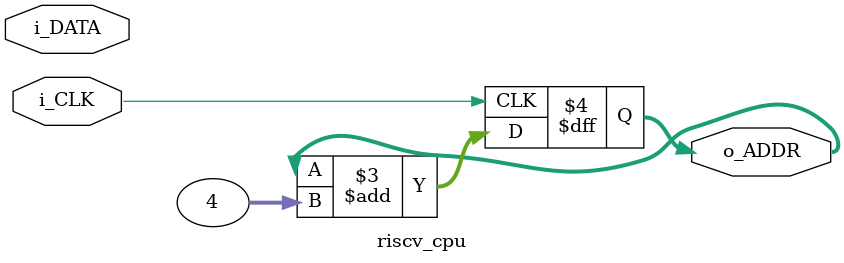
<source format=v>
module riscv_cpu(i_CLK, i_DATA, o_ADDR);
  parameter BUS_WIDTH = 32;
  input i_CLK;
  input [BUS_WIDTH -1 :0] i_DATA;
  output [BUS_WIDTH-1:0] o_ADDR;
  reg [BUS_WIDTH -1 :0] o_ADDR;
  reg [BUS_WIDTH-1:0] l_DATA;
  wire [BUS_WIDTH-1:0] l_reg_data1;
  wire [BUS_WIDTH-1:0] l_reg_data2;
  riscv_reg_file reg_file(i_DATA[19:15], i_DATA[24:20],i_DATA[11:7], 1'b0,32'b0,l_reg_data1,l_reg_data2);
  
  riscv_alu alu(l_reg_data1, l_reg_data2,0,l_DATA);  
  riscv_sign_imm signImm(i_DATA,);
  always @(posedge i_CLK)
  begin
    o_ADDR<=o_ADDR+4;
  end

endmodule

</source>
